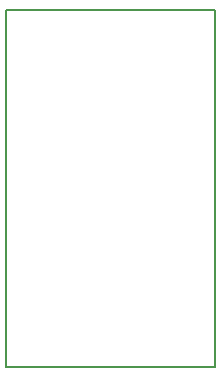
<source format=gm1>
%FSLAX25Y25*%
%MOIN*%
G70*
G01*
G75*
G04 Layer_Color=16711935*
%ADD10R,0.07874X0.03150*%
%ADD11R,0.03937X0.03740*%
%ADD12R,0.02362X0.03150*%
%ADD13R,0.07874X0.00787*%
%ADD14R,0.03937X0.03543*%
%ADD15R,0.03543X0.03937*%
%ADD16C,0.00800*%
%ADD17C,0.02000*%
%ADD18C,0.02600*%
%ADD19C,0.04000*%
%ADD20C,0.03200*%
%ADD21C,0.01000*%
%ADD22C,0.01181*%
%ADD23C,0.00787*%
%ADD24C,0.00394*%
%ADD25R,0.22047X0.02362*%
%ADD26R,0.08674X0.03950*%
%ADD27R,0.04737X0.04540*%
%ADD28R,0.03162X0.03950*%
%ADD29R,0.08674X0.01587*%
%ADD30R,0.04737X0.04343*%
%ADD31R,0.04343X0.04737*%
D23*
X443500Y286000D02*
Y405000D01*
Y286000D02*
X513000D01*
Y396500D01*
Y405000D01*
X443500D02*
X513000D01*
M02*

</source>
